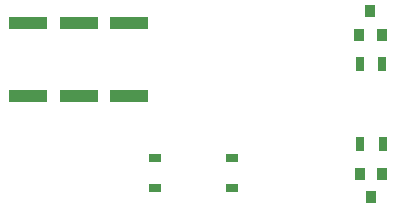
<source format=gbr>
G04 #@! TF.GenerationSoftware,KiCad,Pcbnew,(5.0.2)-1*
G04 #@! TF.CreationDate,2019-05-27T06:26:55-02:30*
G04 #@! TF.ProjectId,IndicatorLEDs_PCB,496e6469-6361-4746-9f72-4c4544735f50,rev?*
G04 #@! TF.SameCoordinates,Original*
G04 #@! TF.FileFunction,Paste,Top*
G04 #@! TF.FilePolarity,Positive*
%FSLAX46Y46*%
G04 Gerber Fmt 4.6, Leading zero omitted, Abs format (unit mm)*
G04 Created by KiCad (PCBNEW (5.0.2)-1) date 5/27/2019 6:26:55 AM*
%MOMM*%
%LPD*%
G01*
G04 APERTURE LIST*
%ADD10R,0.900000X1.000000*%
%ADD11R,3.200000X1.000000*%
%ADD12R,0.700000X1.300000*%
%ADD13R,1.000000X0.800000*%
G04 APERTURE END LIST*
D10*
G04 #@! TO.C,Q1*
X83000000Y-105000000D03*
X84900000Y-105000000D03*
X83950000Y-103000000D03*
G04 #@! TD*
G04 #@! TO.C,Q2*
X84000000Y-118750000D03*
X83050000Y-116750000D03*
X84950000Y-116750000D03*
G04 #@! TD*
D11*
G04 #@! TO.C,R1*
X55000000Y-104000000D03*
X55000000Y-110200000D03*
G04 #@! TD*
G04 #@! TO.C,R2*
X59250000Y-110200000D03*
X59250000Y-104000000D03*
G04 #@! TD*
G04 #@! TO.C,R3*
X63500000Y-104000000D03*
X63500000Y-110200000D03*
G04 #@! TD*
D12*
G04 #@! TO.C,R4*
X83050000Y-107500000D03*
X84950000Y-107500000D03*
G04 #@! TD*
G04 #@! TO.C,R5*
X83100000Y-114250000D03*
X85000000Y-114250000D03*
G04 #@! TD*
D13*
G04 #@! TO.C,U1*
X72250000Y-115460000D03*
X65750000Y-115460000D03*
X72250000Y-118000000D03*
X65750000Y-118000000D03*
G04 #@! TD*
M02*

</source>
